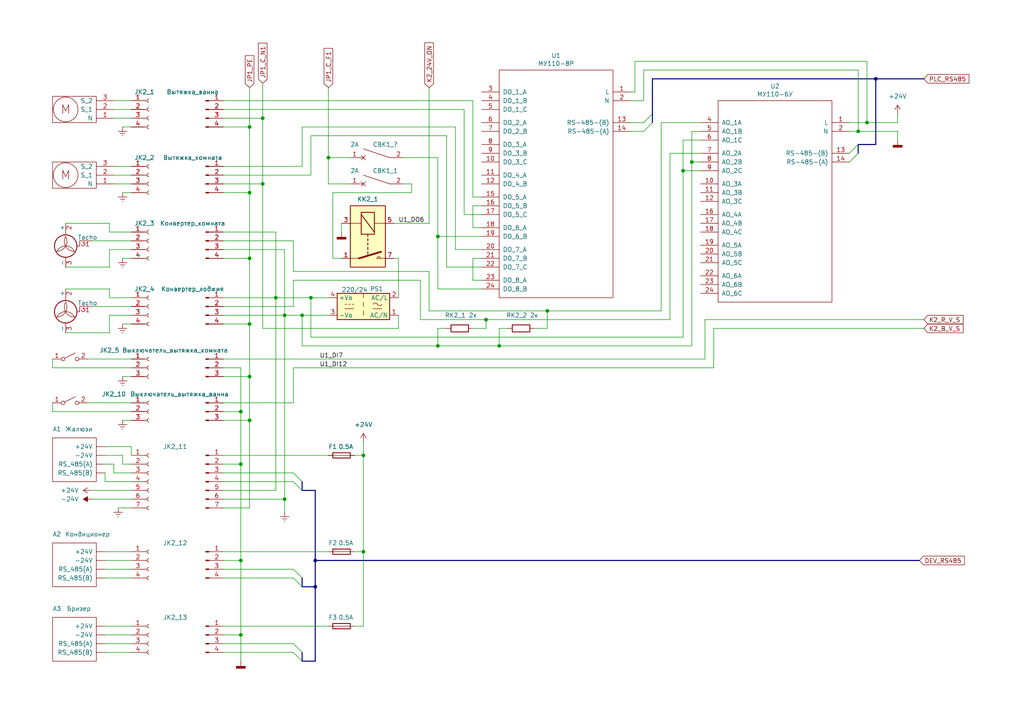
<source format=kicad_sch>
(kicad_sch (version 20211123) (generator eeschema)
  (paper "A4")
  (title_block (title "Климат, лист 2") (date "2023-02-01") (rev "2"))
  (lib_symbols
    (symbol "Connector:Conn_01x03_Female" (pin_names (offset 1.016) hide)
      (property "Reference" "J" (at 0 5.08 0))
      (property "Value" "Conn_01x03_Female" (at 0 -5.08 0))
      (symbol "Conn_01x03_Female_1_1"
        (arc (start 0 -2.032) (mid -0.508 -2.54) (end 0 -3.048) (stroke (width 0.1524)))
        (polyline (pts (xy -1.27 -2.54) (xy -0.508 -2.54)) (stroke (width 0.1524)))
        (polyline (pts (xy -1.27 0) (xy -0.508 0)) (stroke (width 0.1524)))
        (polyline (pts (xy -1.27 2.54) (xy -0.508 2.54)) (stroke (width 0.1524)))
        (arc (start 0 0.508) (mid -0.508 0) (end 0 -0.508) (stroke (width 0.1524)))
        (arc (start 0 3.048) (mid -0.508 2.54) (end 0 2.032) (stroke (width 0.1524)))
        (pin passive line (at -5.08 2.54 0) (length 3.81) (name "Pin_1") (number "1"))
        (pin passive line (at -5.08 0 0) (length 3.81) (name "Pin_2") (number "2"))
        (pin passive line (at -5.08 -2.54 0) (length 3.81) (name "Pin_3") (number "3"))
      )
    )
    (symbol "Connector:Conn_01x03_Male" (pin_names (offset 1.016) hide)
      (property "Reference" "J" (at 0 5.08 0))
      (property "Value" "Conn_01x03_Male" (at 0 -5.08 0))
      (symbol "Conn_01x03_Male_1_1"
        (polyline (pts (xy 1.27 -2.54) (xy 0.8636 -2.54)) (stroke (width 0.1524)))
        (polyline (pts (xy 1.27 0) (xy 0.8636 0)) (stroke (width 0.1524)))
        (polyline (pts (xy 1.27 2.54) (xy 0.8636 2.54)) (stroke (width 0.1524)))
        (rectangle (start 0.8636 -2.413) (end 0 -2.667) (stroke (width 0.1524)) (fill (type outline)))
        (rectangle (start 0.8636 0.127) (end 0 -0.127) (stroke (width 0.1524)) (fill (type outline)))
        (rectangle (start 0.8636 2.667) (end 0 2.413) (stroke (width 0.1524)) (fill (type outline)))
        (pin passive line (at 5.08 2.54 180) (length 3.81) (name "Pin_1") (number "1"))
        (pin passive line (at 5.08 0 180) (length 3.81) (name "Pin_2") (number "2"))
        (pin passive line (at 5.08 -2.54 180) (length 3.81) (name "Pin_3") (number "3"))
      )
    )
    (symbol "Connector:Conn_01x04_Female" (pin_names (offset 1.016) hide)
      (property "Reference" "J" (at 0 5.08 0))
      (property "Value" "Conn_01x04_Female" (at 0 -7.62 0))
      (symbol "Conn_01x04_Female_1_1"
        (arc (start 0 -4.572) (mid -0.508 -5.08) (end 0 -5.588) (stroke (width 0.1524)))
        (arc (start 0 -2.032) (mid -0.508 -2.54) (end 0 -3.048) (stroke (width 0.1524)))
        (polyline (pts (xy -1.27 -5.08) (xy -0.508 -5.08)) (stroke (width 0.1524)))
        (polyline (pts (xy -1.27 -2.54) (xy -0.508 -2.54)) (stroke (width 0.1524)))
        (polyline (pts (xy -1.27 0) (xy -0.508 0)) (stroke (width 0.1524)))
        (polyline (pts (xy -1.27 2.54) (xy -0.508 2.54)) (stroke (width 0.1524)))
        (arc (start 0 0.508) (mid -0.508 0) (end 0 -0.508) (stroke (width 0.1524)))
        (arc (start 0 3.048) (mid -0.508 2.54) (end 0 2.032) (stroke (width 0.1524)))
        (pin passive line (at -5.08 2.54 0) (length 3.81) (name "Pin_1") (number "1"))
        (pin passive line (at -5.08 0 0) (length 3.81) (name "Pin_2") (number "2"))
        (pin passive line (at -5.08 -2.54 0) (length 3.81) (name "Pin_3") (number "3"))
        (pin passive line (at -5.08 -5.08 0) (length 3.81) (name "Pin_4") (number "4"))
      )
    )
    (symbol "Connector:Conn_01x04_Male" (pin_names (offset 1.016) hide)
      (property "Reference" "J" (at 0 5.08 0))
      (property "Value" "Conn_01x04_Male" (at 0 -7.62 0))
      (symbol "Conn_01x04_Male_1_1"
        (polyline (pts (xy 1.27 -5.08) (xy 0.8636 -5.08)) (stroke (width 0.1524)))
        (polyline (pts (xy 1.27 -2.54) (xy 0.8636 -2.54)) (stroke (width 0.1524)))
        (polyline (pts (xy 1.27 0) (xy 0.8636 0)) (stroke (width 0.1524)))
        (polyline (pts (xy 1.27 2.54) (xy 0.8636 2.54)) (stroke (width 0.1524)))
        (rectangle (start 0.8636 -4.953) (end 0 -5.207) (stroke (width 0.1524)) (fill (type outline)))
        (rectangle (start 0.8636 -2.413) (end 0 -2.667) (stroke (width 0.1524)) (fill (type outline)))
        (rectangle (start 0.8636 0.127) (end 0 -0.127) (stroke (width 0.1524)) (fill (type outline)))
        (rectangle (start 0.8636 2.667) (end 0 2.413) (stroke (width 0.1524)) (fill (type outline)))
        (pin passive line (at 5.08 2.54 180) (length 3.81) (name "Pin_1") (number "1"))
        (pin passive line (at 5.08 0 180) (length 3.81) (name "Pin_2") (number "2"))
        (pin passive line (at 5.08 -2.54 180) (length 3.81) (name "Pin_3") (number "3"))
        (pin passive line (at 5.08 -5.08 180) (length 3.81) (name "Pin_4") (number "4"))
      )
    )
    (symbol "Connector:Conn_01x07_Female" (pin_names (offset 1.016) hide)
      (property "Reference" "J" (at 0 10.16 0))
      (property "Value" "Conn_01x07_Female" (at 0 -10.16 0))
      (symbol "Conn_01x07_Female_1_1"
        (arc (start 0 -7.112) (mid -0.508 -7.62) (end 0 -8.128) (stroke (width 0.1524)))
        (arc (start 0 -4.572) (mid -0.508 -5.08) (end 0 -5.588) (stroke (width 0.1524)))
        (arc (start 0 -2.032) (mid -0.508 -2.54) (end 0 -3.048) (stroke (width 0.1524)))
        (polyline (pts (xy -1.27 -7.62) (xy -0.508 -7.62)) (stroke (width 0.1524)))
        (polyline (pts (xy -1.27 -5.08) (xy -0.508 -5.08)) (stroke (width 0.1524)))
        (polyline (pts (xy -1.27 -2.54) (xy -0.508 -2.54)) (stroke (width 0.1524)))
        (polyline (pts (xy -1.27 0) (xy -0.508 0)) (stroke (width 0.1524)))
        (polyline (pts (xy -1.27 2.54) (xy -0.508 2.54)) (stroke (width 0.1524)))
        (polyline (pts (xy -1.27 5.08) (xy -0.508 5.08)) (stroke (width 0.1524)))
        (polyline (pts (xy -1.27 7.62) (xy -0.508 7.62)) (stroke (width 0.1524)))
        (arc (start 0 0.508) (mid -0.508 0) (end 0 -0.508) (stroke (width 0.1524)))
        (arc (start 0 3.048) (mid -0.508 2.54) (end 0 2.032) (stroke (width 0.1524)))
        (arc (start 0 5.588) (mid -0.508 5.08) (end 0 4.572) (stroke (width 0.1524)))
        (arc (start 0 8.128) (mid -0.508 7.62) (end 0 7.112) (stroke (width 0.1524)))
        (pin passive line (at -5.08 7.62 0) (length 3.81) (name "Pin_1") (number "1"))
        (pin passive line (at -5.08 5.08 0) (length 3.81) (name "Pin_2") (number "2"))
        (pin passive line (at -5.08 2.54 0) (length 3.81) (name "Pin_3") (number "3"))
        (pin passive line (at -5.08 0 0) (length 3.81) (name "Pin_4") (number "4"))
        (pin passive line (at -5.08 -2.54 0) (length 3.81) (name "Pin_5") (number "5"))
        (pin passive line (at -5.08 -5.08 0) (length 3.81) (name "Pin_6") (number "6"))
        (pin passive line (at -5.08 -7.62 0) (length 3.81) (name "Pin_7") (number "7"))
      )
    )
    (symbol "Connector:Conn_01x07_Male" (pin_names (offset 1.016) hide)
      (property "Reference" "J" (at 0 10.16 0))
      (property "Value" "Conn_01x07_Male" (at 0 -10.16 0))
      (symbol "Conn_01x07_Male_1_1"
        (polyline (pts (xy 1.27 -7.62) (xy 0.8636 -7.62)) (stroke (width 0.1524)))
        (polyline (pts (xy 1.27 -5.08) (xy 0.8636 -5.08)) (stroke (width 0.1524)))
        (polyline (pts (xy 1.27 -2.54) (xy 0.8636 -2.54)) (stroke (width 0.1524)))
        (polyline (pts (xy 1.27 0) (xy 0.8636 0)) (stroke (width 0.1524)))
        (polyline (pts (xy 1.27 2.54) (xy 0.8636 2.54)) (stroke (width 0.1524)))
        (polyline (pts (xy 1.27 5.08) (xy 0.8636 5.08)) (stroke (width 0.1524)))
        (polyline (pts (xy 1.27 7.62) (xy 0.8636 7.62)) (stroke (width 0.1524)))
        (rectangle (start 0.8636 -7.493) (end 0 -7.747) (stroke (width 0.1524)) (fill (type outline)))
        (rectangle (start 0.8636 -4.953) (end 0 -5.207) (stroke (width 0.1524)) (fill (type outline)))
        (rectangle (start 0.8636 -2.413) (end 0 -2.667) (stroke (width 0.1524)) (fill (type outline)))
        (rectangle (start 0.8636 0.127) (end 0 -0.127) (stroke (width 0.1524)) (fill (type outline)))
        (rectangle (start 0.8636 2.667) (end 0 2.413) (stroke (width 0.1524)) (fill (type outline)))
        (rectangle (start 0.8636 5.207) (end 0 4.953) (stroke (width 0.1524)) (fill (type outline)))
        (rectangle (start 0.8636 7.747) (end 0 7.493) (stroke (width 0.1524)) (fill (type outline)))
        (pin passive line (at 5.08 7.62 180) (length 3.81) (name "Pin_1") (number "1"))
        (pin passive line (at 5.08 5.08 180) (length 3.81) (name "Pin_2") (number "2"))
        (pin passive line (at 5.08 2.54 180) (length 3.81) (name "Pin_3") (number "3"))
        (pin passive line (at 5.08 0 180) (length 3.81) (name "Pin_4") (number "4"))
        (pin passive line (at 5.08 -2.54 180) (length 3.81) (name "Pin_5") (number "5"))
        (pin passive line (at 5.08 -5.08 180) (length 3.81) (name "Pin_6") (number "6"))
        (pin passive line (at 5.08 -7.62 180) (length 3.81) (name "Pin_7") (number "7"))
      )
    )
    (symbol "Converter_ACDC:IRM-02-9"
      (property "Reference" "PS" (at 0 5.08 0))
      (property "Value" "IRM-02-9" (at 0 -5.08 0))
      (symbol "IRM-02-9_0_1"
        (rectangle (start -7.62 3.81) (end 7.62 -3.81) (stroke (width 0.254)) (fill (type background)))
        (arc (start -5.334 0.635) (mid -4.699 0.2495) (end -4.064 0.635))
        (arc (start -2.794 0.635) (mid -3.429 1.0072) (end -4.064 0.635))
        (polyline (pts (xy -5.334 -0.635) (xy -2.794 -0.635)))
        (polyline (pts (xy 2.794 -0.635) (xy 5.334 -0.635)))
        (polyline (pts (xy 2.794 0.635) (xy 3.302 0.635)))
        (polyline (pts (xy 3.81 0.635) (xy 4.318 0.635)))
        (polyline (pts (xy 4.826 0.635) (xy 5.334 0.635)))
      )
      (symbol "IRM-02-9_1_1"
        (polyline (pts (xy 0 -1.27) (xy 0 -2.54)))
        (polyline (pts (xy 0 1.27) (xy 0 0)))
        (polyline (pts (xy 0 3.81) (xy 0 2.54)))
        (pin power_in line (at -10.16 -2.54 0) (length 2.54) (name "AC/N") (number "1"))
        (pin power_in line (at -10.16 2.54 0) (length 2.54) (name "AC/L") (number "2"))
        (pin power_out line (at 10.16 -2.54 180) (length 2.54) (name "-Vo") (number "3"))
        (pin power_out line (at 10.16 2.54 180) (length 2.54) (name "+Vo") (number "4"))
      )
    )
    (symbol "Device:CircuitBreaker_1P"
      (property "Reference" "CB" (at 1.905 0 0))
      (property "Value" "CircuitBreaker_1P" (at 1.905 1.905 0))
      (symbol "CircuitBreaker_1P_0_1"
        (polyline (pts (xy 0 -5.08) (xy 0 -3.81)))
        (polyline (pts (xy 0 -3.81) (xy -2.54 3.81)))
      )
      (symbol "CircuitBreaker_1P_1_1"
        (polyline (pts (xy -0.635 4.445) (xy 0.635 3.175)))
        (polyline (pts (xy 0 5.08) (xy 0 3.81)))
        (polyline (pts (xy 0.635 4.445) (xy -0.635 3.175)))
        (pin passive line (at 0 7.62 270) (length 2.54) (name "~") (number "1"))
        (pin passive line (at 0 -7.62 90) (length 2.54) (name "~") (number "2"))
      )
    )
    (symbol "Device:Fuse" (pin_numbers hide) (pin_names (offset 0))
      (property "Reference" "F" (at 2.032 0 90))
      (property "Value" "Fuse" (at -1.905 0 90))
      (symbol "Fuse_0_1"
        (rectangle (start -0.762 -2.54) (end 0.762 2.54) (stroke (width 0.254)))
        (polyline (pts (xy 0 2.54) (xy 0 -2.54)))
      )
      (symbol "Fuse_1_1"
        (pin passive line (at 0 3.81 270) (length 1.27) (name "~") (number "1"))
        (pin passive line (at 0 -3.81 90) (length 1.27) (name "~") (number "2"))
      )
    )
    (symbol "Device:R" (pin_numbers hide) (pin_names (offset 0))
      (property "Reference" "R" (at 2.032 0 90))
      (property "Value" "R" (at 0 0 90))
      (symbol "R_0_1"
        (rectangle (start -1.016 -2.54) (end 1.016 2.54) (stroke (width 0.254)))
      )
      (symbol "R_1_1"
        (pin passive line (at 0 3.81 270) (length 1.27) (name "~") (number "1"))
        (pin passive line (at 0 -3.81 90) (length 1.27) (name "~") (number "2"))
      )
    )
    (symbol "Motor:Fan_3pin" (pin_names (offset 0))
      (property "Reference" "M" (at 2.54 2.54 0))
      (property "Value" "Fan_3pin" (at 2.54 -5.08 0))
      (symbol "Fan_3pin_0_0"
        (arc (start -5.588 -1.016) (mid -5.08 -1.524) (end -4.572 -1.016))
        (arc (start -5.08 -0.508) (mid -5.4392 -0.6568) (end -5.588 -1.016))
        (polyline (pts (xy -5.08 -0.508) (xy -5.334 -0.381)))
        (polyline (pts (xy -5.08 -0.508) (xy -5.207 -0.762)))
        (polyline (pts (xy -4.064 0) (xy -4.064 -1.524) (xy -3.302 -1.524)))
      )
      (symbol "Fan_3pin_0_1"
        (arc (start -2.54 -3.048) (mid 0.0028 -1.6279) (end 0 1.27))
        (circle (center 0 -1.524) (radius 3.2512) (stroke (width 0.254)))
        (polyline (pts (xy -4.064 0) (xy -5.08 0)))
        (polyline (pts (xy 0 -7.62) (xy 0 -7.112)))
        (polyline (pts (xy 0 -4.7752) (xy 0 -5.1816)))
        (polyline (pts (xy 0 1.7272) (xy 0 2.0828)))
        (polyline (pts (xy 0 2.032) (xy 0 2.54)))
        (arc (start 0 1.27) (mid 0.053 -1.619) (end 2.54 -3.048))
        (arc (start 2.54 -3.048) (mid 0 -1.4782) (end -2.54 -3.048))
      )
      (symbol "Fan_3pin_1_1"
        (pin passive line (at -7.62 0 0) (length 2.54) (name "Tacho") (number "1"))
        (pin passive line (at 0 5.08 270) (length 2.54) (name "+") (number "2"))
        (pin passive line (at 0 -7.62 90) (length 2.54) (name "-") (number "3"))
      )
    )
    (symbol "Relay:SILxx-1Axx-71x"
      (property "Reference" "K" (at 8.89 3.81 0))
      (property "Value" "SILxx-1Axx-71x" (at 8.89 1.27 0))
      (symbol "SILxx-1Axx-71x_0_0"
        (polyline (pts (xy 5.08 5.08) (xy 5.08 2.54) (xy 4.445 3.175) (xy 5.08 3.81)))
      )
      (symbol "SILxx-1Axx-71x_0_1"
        (rectangle (start -10.16 5.08) (end 7.62 -5.08) (stroke (width 0.254)) (fill (type background)))
        (rectangle (start -8.255 1.905) (end -1.905 -1.905) (stroke (width 0.254)))
        (polyline (pts (xy -7.62 -1.905) (xy -2.54 1.905)) (stroke (width 0.254)))
        (polyline (pts (xy -5.08 -5.08) (xy -5.08 -1.905)))
        (polyline (pts (xy -5.08 5.08) (xy -5.08 1.905)))
        (polyline (pts (xy -1.905 0) (xy -1.27 0)) (stroke (width 0.254)))
        (polyline (pts (xy -0.635 0) (xy 0 0)) (stroke (width 0.254)))
        (polyline (pts (xy 0.635 0) (xy 1.27 0)) (stroke (width 0.254)))
        (polyline (pts (xy 1.905 0) (xy 2.54 0)) (stroke (width 0.254)))
        (polyline (pts (xy 3.175 0) (xy 3.81 0)) (stroke (width 0.254)))
        (polyline (pts (xy 5.08 -2.54) (xy 3.175 3.81)) (stroke (width 0.508)))
        (polyline (pts (xy 5.08 -2.54) (xy 5.08 -5.08)))
      )
      (symbol "SILxx-1Axx-71x_1_1"
        (pin passive line (at 5.08 -7.62 90) (length 2.54) (name "~") (number "1"))
        (pin passive line (at -5.08 -7.62 90) (length 2.54) (name "~") (number "3"))
        (pin passive line (at -5.08 7.62 270) (length 2.54) (name "~") (number "5"))
        (pin passive line (at 5.08 7.62 270) (length 2.54) (name "~") (number "7"))
      )
    )
    (symbol "Switch:SW_DPST_x2" (pin_names (offset 0) hide)
      (property "Reference" "SW" (at 0 3.175 0))
      (property "Value" "SW_DPST_x2" (at 0 -2.54 0))
      (symbol "SW_DPST_x2_0_0"
        (circle (center -2.032 0) (radius 0.508))
        (polyline (pts (xy -1.524 0.254) (xy 1.524 1.778)))
        (circle (center 2.032 0) (radius 0.508))
      )
      (symbol "SW_DPST_x2_1_1"
        (pin passive line (at -5.08 0 0) (length 2.54) (name "A") (number "1"))
        (pin passive line (at 5.08 0 180) (length 2.54) (name "B") (number "2"))
      )
      (symbol "SW_DPST_x2_2_1"
        (pin passive line (at -5.08 0 0) (length 2.54) (name "A") (number "3"))
        (pin passive line (at 5.08 0 180) (length 2.54) (name "B") (number "4"))
      )
    )
    (symbol "climat_2-rescue:Fan_2_speed-plc" (pin_names (offset 1.016))
      (property "Reference" "U" (at 0 0 0))
      (property "Value" "Fan_2_speed-plc" (at 0 2.54 0))
      (symbol "Fan_2_speed-plc_0_0"
        (text "M" (at -2.54 -5.08 0) (effects (font (size 2.54 2.54))))
      )
      (symbol "Fan_2_speed-plc_0_1"
        (rectangle (start -6.35 -1.27) (end 6.35 -8.89))
        (circle (center -2.54 -5.08) (radius 3.5814))
      )
      (symbol "Fan_2_speed-plc_1_1"
        (pin output line (at 11.43 -7.62 180) (length 5.08) (name "N") (number "1"))
        (pin output line (at 11.43 -5.08 180) (length 5.08) (name "S_1") (number "2"))
        (pin power_in line (at 11.43 -2.54 180) (length 5.08) (name "S_2") (number "3"))
      )
    )
    (symbol "climat_2-rescue:МУ110-6У-plc" (pin_names (offset 1.016))
      (property "Reference" "U" (at 0 0 0))
      (property "Value" "МУ110-6У-plc" (at 0 2.54 0))
      (symbol "МУ110-6У-plc_1_1"
        (rectangle (start -16.51 5.08) (end 16.51 -53.34))
        (pin power_in line (at 21.59 -1.27 180) (length 5.08) (name "L") (number "1"))
        (pin output line (at -21.59 -19.05 0) (length 5.08) (name "AO_3A") (number "10"))
        (pin output line (at -21.59 -21.59 0) (length 5.08) (name "AO_3B") (number "11"))
        (pin output line (at -21.59 -24.13 0) (length 5.08) (name "AO_3C") (number "12"))
        (pin bidirectional line (at 21.59 -10.16 180) (length 5.08) (name "RS-485-(B)") (number "13"))
        (pin bidirectional line (at 21.59 -12.7 180) (length 5.08) (name "RS-485-(A)") (number "14"))
        (pin output line (at -21.59 -27.94 0) (length 5.08) (name "AO_4A") (number "16"))
        (pin output line (at -21.59 -30.48 0) (length 5.08) (name "AO_4B") (number "17"))
        (pin output line (at -21.59 -33.02 0) (length 5.08) (name "AO_4C") (number "18"))
        (pin output line (at -21.59 -36.83 0) (length 5.08) (name "AO_5A") (number "19"))
        (pin power_in line (at 21.59 -3.81 180) (length 5.08) (name "N") (number "2"))
        (pin output line (at -21.59 -39.37 0) (length 5.08) (name "AO_5B") (number "20"))
        (pin output line (at -21.59 -41.91 0) (length 5.08) (name "AO_5C") (number "21"))
        (pin output line (at -21.59 -45.72 0) (length 5.08) (name "AO_6A") (number "22"))
        (pin output line (at -21.59 -48.26 0) (length 5.08) (name "AO_6B") (number "23"))
        (pin output line (at -21.59 -50.8 0) (length 5.08) (name "AO_6C") (number "24"))
        (pin output line (at -21.59 -1.27 0) (length 5.08) (name "AO_1A") (number "4"))
        (pin output line (at -21.59 -3.81 0) (length 5.08) (name "AO_1B") (number "5"))
        (pin output line (at -21.59 -6.35 0) (length 5.08) (name "AO_1C") (number "6"))
        (pin output line (at -21.59 -10.16 0) (length 5.08) (name "AO_2A") (number "7"))
        (pin output line (at -21.59 -12.7 0) (length 5.08) (name "AO_2B") (number "8"))
        (pin output line (at -21.59 -15.24 0) (length 5.08) (name "AO_2C") (number "9"))
      )
    )
    (symbol "climat_2-rescue:МУ110-8Р-plc" (pin_names (offset 1.016))
      (property "Reference" "U" (at 0 0 0))
      (property "Value" "МУ110-8Р-plc" (at 0 2.54 0))
      (symbol "МУ110-8Р-plc_1_1"
        (rectangle (start -16.51 5.08) (end 16.51 -60.96))
        (pin power_in line (at 21.59 -1.27 180) (length 5.08) (name "L") (number "1"))
        (pin output line (at -21.59 -21.59 0) (length 5.08) (name "DO_3_C") (number "10"))
        (pin output line (at -21.59 -25.4 0) (length 5.08) (name "DO_4_A") (number "11"))
        (pin output line (at -21.59 -27.94 0) (length 5.08) (name "DO_4_B") (number "12"))
        (pin bidirectional line (at 21.59 -10.16 180) (length 5.08) (name "RS-485-(B)") (number "13"))
        (pin bidirectional line (at 21.59 -12.7 180) (length 5.08) (name "RS-485-(A)") (number "14"))
        (pin output line (at -21.59 -31.75 0) (length 5.08) (name "DO_5_A") (number "15"))
        (pin output line (at -21.59 -34.29 0) (length 5.08) (name "DO_5_B") (number "16"))
        (pin output line (at -21.59 -36.83 0) (length 5.08) (name "DO_5_C") (number "17"))
        (pin output line (at -21.59 -40.64 0) (length 5.08) (name "DO_6_A") (number "18"))
        (pin output line (at -21.59 -43.18 0) (length 5.08) (name "DO_6_B") (number "19"))
        (pin power_in line (at 21.59 -3.81 180) (length 5.08) (name "N") (number "2"))
        (pin output line (at -21.59 -46.99 0) (length 5.08) (name "DO_7_A") (number "20"))
        (pin output line (at -21.59 -49.53 0) (length 5.08) (name "DO_7_B") (number "21"))
        (pin output line (at -21.59 -52.07 0) (length 5.08) (name "DO_7_C") (number "22"))
        (pin output line (at -21.59 -55.88 0) (length 5.08) (name "DO_8_A") (number "23"))
        (pin output line (at -21.59 -58.42 0) (length 5.08) (name "DO_8_B") (number "24"))
        (pin output line (at -21.59 -1.27 0) (length 5.08) (name "DO_1_A") (number "3"))
        (pin output line (at -21.59 -3.81 0) (length 5.08) (name "DO_1_B") (number "4"))
        (pin output line (at -21.59 -6.35 0) (length 5.08) (name "DO_1_C") (number "5"))
        (pin output line (at -21.59 -10.16 0) (length 5.08) (name "DO_2_A") (number "6"))
        (pin output line (at -21.59 -12.7 0) (length 5.08) (name "DO_2_B") (number "7"))
        (pin output line (at -21.59 -16.51 0) (length 5.08) (name "DO_3_A") (number "8"))
        (pin output line (at -21.59 -19.05 0) (length 5.08) (name "DO_3_B") (number "9"))
      )
    )
    (symbol "plc:Arduino" (pin_names (offset 1.016))
      (property "Reference" "U" (at 0 2.54 0))
      (property "Value" "Arduino" (at 0 5.08 0))
      (symbol "Arduino_0_1"
        (rectangle (start -6.35 0) (end 6.35 -12.7))
      )
      (symbol "Arduino_1_1"
        (pin power_in line (at -8.89 -2.54 0) (length 2.54) (name "+24V") (number "~"))
        (pin power_in line (at -8.89 -5.08 0) (length 2.54) (name "-24V") (number "~"))
        (pin bidirectional line (at -8.89 -7.62 0) (length 2.54) (name "RS_485(A)") (number "~"))
        (pin bidirectional line (at -8.89 -10.16 0) (length 2.54) (name "RS_485(B)") (number "~"))
      )
    )
    (symbol "power:+24V" (power) (pin_names (offset 0))
      (property "Value" "+24V" (at 0 3.556 0))
      (symbol "+24V_0_1"
        (polyline (pts (xy -0.762 1.27) (xy 0 2.54)))
        (polyline (pts (xy 0 0) (xy 0 2.54)))
        (polyline (pts (xy 0 2.54) (xy 0.762 1.27)))
      )
      (symbol "+24V_1_1"
        (pin power_in line (at 0 0 90) (length 0) hide (name "+24V") (number "1"))
      )
    )
    (symbol "power:-24V" (power) (pin_names (offset 0))
      (property "Value" "-24V" (at 0 3.81 0))
      (symbol "-24V_0_0"
        (pin power_in line (at 0 0 90) (length 0) hide (name "-24V") (number "1"))
      )
      (symbol "-24V_0_1"
        (polyline (pts (xy 0 0) (xy 0 1.27) (xy 0.762 1.27) (xy 0 2.54) (xy -0.762 1.27) (xy 0 1.27)) (fill (type outline)))
      )
    )
    (symbol "power:GNDD" (power) (pin_names (offset 0))
      (property "Value" "GNDD" (at 0 -3.175 0))
      (symbol "GNDD_0_1"
        (rectangle (start -1.27 -1.524) (end 1.27 -2.032) (stroke (width 0.254)) (fill (type outline)))
        (polyline (pts (xy 0 0) (xy 0 -1.524)))
      )
      (symbol "GNDD_1_1"
        (pin power_in line (at 0 0 270) (length 0) hide (name "GNDD") (number "1"))
      )
    )
    (symbol "power:GNDREF" (power) (pin_names (offset 0))
      (property "Value" "GNDREF" (at 0 -3.81 0))
      (symbol "GNDREF_0_1"
        (polyline (pts (xy -0.635 -1.905) (xy 0.635 -1.905)))
        (polyline (pts (xy -0.127 -2.54) (xy 0.127 -2.54)))
        (polyline (pts (xy 0 -1.27) (xy 0 0)))
        (polyline (pts (xy 1.27 -1.27) (xy -1.27 -1.27)))
      )
      (symbol "GNDREF_1_1"
        (pin power_in line (at 0 0 270) (length 0) hide (name "GNDREF") (number "1"))
      )
    )
  )
  (junction (at 95.25 45.72))
  (junction (at 69.85 162.56))
  (junction (at 248.92 38.1))
  (junction (at 127 100.33))
  (junction (at 91.44 162.56))
  (junction (at 72.39 74.93))
  (junction (at 72.39 93.98))
  (junction (at 254 22.86))
  (junction (at 82.55 144.78))
  (junction (at 72.39 109.22))
  (junction (at 198.12 49.53))
  (junction (at 76.2 53.34))
  (junction (at 69.85 184.15))
  (junction (at 105.41 132.08))
  (junction (at 80.01 86.36))
  (junction (at 72.39 121.92))
  (junction (at 72.39 55.88))
  (junction (at 72.39 36.83))
  (junction (at 90.17 86.36))
  (junction (at 158.75 90.17))
  (junction (at 76.2 34.29))
  (junction (at 140.97 92.71))
  (junction (at 69.85 134.62))
  (junction (at 144.78 100.33))
  (junction (at 251.46 35.56))
  (junction (at 127 68.58))
  (junction (at 82.55 91.44))
  (junction (at 69.85 119.38))
  (junction (at 91.44 170.18))
  (junction (at 87.63 91.44))
  (junction (at 105.41 160.02))
  (junction (at 200.66 46.99))
  (bus_entry (at 87.63 191.77) (size -2.54 -2.54))
  (bus_entry (at 246.38 44.45) (size 2.54 -2.54))
  (bus_entry (at 87.63 189.23) (size -2.54 -2.54))
  (bus_entry (at 87.63 167.64) (size -2.54 -2.54))
  (bus_entry (at 87.63 139.7) (size -2.54 -2.54))
  (bus_entry (at 186.69 35.56) (size 2.54 -2.54))
  (bus_entry (at 87.63 170.18) (size -2.54 -2.54))
  (bus_entry (at 246.38 46.99) (size 2.54 -2.54))
  (bus_entry (at 186.69 38.1) (size 2.54 -2.54))
  (bus_entry (at 87.63 142.24) (size -2.54 -2.54))
  (wire (pts (xy 64.77 69.85) (xy 85.09 69.85)))
  (wire (pts (xy 87.63 48.26) (xy 87.63 36.83)))
  (wire (pts (xy 64.77 88.9) (xy 85.09 88.9)))
  (wire (pts (xy 260.35 33.02) (xy 260.35 35.56)))
  (wire (pts (xy 139.7 57.15) (xy 137.16 57.15)))
  (wire (pts (xy 64.77 31.75) (xy 134.62 31.75)))
  (wire (pts (xy 26.67 142.24) (xy 38.1 142.24)))
  (wire (pts (xy 69.85 119.38) (xy 69.85 134.62)))
  (wire (pts (xy 137.16 81.28) (xy 137.16 74.93)))
  (wire (pts (xy 64.77 91.44) (xy 82.55 91.44)))
  (wire (pts (xy 31.75 77.47) (xy 31.75 72.39)))
  (wire (pts (xy 76.2 53.34) (xy 76.2 95.25)))
  (wire (pts (xy 87.63 100.33) (xy 127 100.33)))
  (bus (pts (xy 91.44 142.24) (xy 91.44 162.56)))
  (wire (pts (xy 85.09 106.68) (xy 85.09 116.84)))
  (wire (pts (xy 30.48 167.64) (xy 38.1 167.64)))
  (bus (pts (xy 189.23 22.86) (xy 254 22.86)))
  (wire (pts (xy 194.31 44.45) (xy 203.2 44.45)))
  (bus (pts (xy 91.44 162.56) (xy 266.7 162.56)))
  (wire (pts (xy 35.56 132.08) (xy 35.56 134.62)))
  (wire (pts (xy 85.09 81.28) (xy 121.92 81.28)))
  (wire (pts (xy 115.57 95.25) (xy 115.57 91.44)))
  (wire (pts (xy 64.77 165.1) (xy 85.09 165.1)))
  (wire (pts (xy 33.02 53.34) (xy 38.1 53.34)))
  (bus (pts (xy 91.44 170.18) (xy 87.63 170.18)))
  (wire (pts (xy 186.69 20.32) (xy 248.92 20.32)))
  (wire (pts (xy 64.77 86.36) (xy 80.01 86.36)))
  (bus (pts (xy 91.44 191.77) (xy 91.44 170.18)))
  (wire (pts (xy 76.2 53.34) (xy 76.2 34.29)))
  (wire (pts (xy 127 68.58) (xy 139.7 68.58)))
  (wire (pts (xy 82.55 91.44) (xy 87.63 91.44)))
  (wire (pts (xy 64.77 139.7) (xy 85.09 139.7)))
  (wire (pts (xy 64.77 181.61) (xy 95.25 181.61)))
  (wire (pts (xy 64.77 55.88) (xy 72.39 55.88)))
  (wire (pts (xy 15.24 106.68) (xy 15.24 104.14)))
  (wire (pts (xy 124.46 25.4) (xy 124.46 64.77)))
  (bus (pts (xy 254 41.91) (xy 254 22.86)))
  (wire (pts (xy 64.77 132.08) (xy 95.25 132.08)))
  (wire (pts (xy 85.09 88.9) (xy 85.09 81.28)))
  (wire (pts (xy 147.32 95.25) (xy 144.78 95.25)))
  (wire (pts (xy 114.3 74.93) (xy 115.57 74.93)))
  (wire (pts (xy 85.09 78.74) (xy 124.46 78.74)))
  (wire (pts (xy 248.92 38.1) (xy 246.38 38.1)))
  (wire (pts (xy 95.25 45.72) (xy 95.25 53.34)))
  (bus (pts (xy 189.23 22.86) (xy 189.23 33.02)))
  (bus (pts (xy 248.92 41.91) (xy 248.92 44.45)))
  (wire (pts (xy 248.92 38.1) (xy 260.35 38.1)))
  (wire (pts (xy 33.02 50.8) (xy 38.1 50.8)))
  (wire (pts (xy 76.2 34.29) (xy 76.2 24.13)))
  (wire (pts (xy 260.35 38.1) (xy 260.35 40.64)))
  (wire (pts (xy 95.25 25.4) (xy 95.25 45.72)))
  (wire (pts (xy 121.92 81.28) (xy 121.92 92.71)))
  (wire (pts (xy 31.75 91.44) (xy 38.1 91.44)))
  (wire (pts (xy 200.66 46.99) (xy 200.66 38.1)))
  (wire (pts (xy 158.75 95.25) (xy 158.75 90.17)))
  (wire (pts (xy 31.75 83.82) (xy 31.75 86.36)))
  (wire (pts (xy 30.48 129.54) (xy 38.1 129.54)))
  (wire (pts (xy 64.77 144.78) (xy 82.55 144.78)))
  (wire (pts (xy 64.77 116.84) (xy 85.09 116.84)))
  (wire (pts (xy 87.63 100.33) (xy 87.63 91.44)))
  (wire (pts (xy 64.77 109.22) (xy 72.39 109.22)))
  (wire (pts (xy 137.16 59.69) (xy 139.7 59.69)))
  (wire (pts (xy 64.77 53.34) (xy 76.2 53.34)))
  (wire (pts (xy 134.62 31.75) (xy 134.62 62.23)))
  (wire (pts (xy 64.77 147.32) (xy 72.39 147.32)))
  (wire (pts (xy 144.78 100.33) (xy 200.66 100.33)))
  (wire (pts (xy 35.56 55.88) (xy 38.1 55.88)))
  (wire (pts (xy 33.02 48.26) (xy 38.1 48.26)))
  (wire (pts (xy 251.46 17.78) (xy 251.46 35.56)))
  (wire (pts (xy 30.48 165.1) (xy 38.1 165.1)))
  (wire (pts (xy 99.06 64.77) (xy 99.06 67.31)))
  (wire (pts (xy 96.52 55.88) (xy 119.38 55.88)))
  (wire (pts (xy 38.1 116.84) (xy 25.4 116.84)))
  (wire (pts (xy 198.12 49.53) (xy 203.2 49.53)))
  (wire (pts (xy 82.55 144.78) (xy 82.55 148.59)))
  (wire (pts (xy 26.67 88.9) (xy 38.1 88.9)))
  (wire (pts (xy 38.1 104.14) (xy 25.4 104.14)))
  (bus (pts (xy 248.92 41.91) (xy 254 41.91)))
  (wire (pts (xy 64.77 137.16) (xy 85.09 137.16)))
  (wire (pts (xy 64.77 186.69) (xy 85.09 186.69)))
  (wire (pts (xy 127 100.33) (xy 144.78 100.33)))
  (wire (pts (xy 30.48 186.69) (xy 38.1 186.69)))
  (wire (pts (xy 80.01 86.36) (xy 80.01 67.31)))
  (wire (pts (xy 182.88 29.21) (xy 186.69 29.21)))
  (wire (pts (xy 33.02 31.75) (xy 38.1 31.75)))
  (wire (pts (xy 38.1 106.68) (xy 15.24 106.68)))
  (wire (pts (xy 72.39 36.83) (xy 72.39 55.88)))
  (wire (pts (xy 251.46 35.56) (xy 246.38 35.56)))
  (wire (pts (xy 72.39 121.92) (xy 72.39 147.32)))
  (wire (pts (xy 34.29 147.32) (xy 38.1 147.32)))
  (wire (pts (xy 102.87 181.61) (xy 105.41 181.61)))
  (wire (pts (xy 124.46 64.77) (xy 114.3 64.77)))
  (wire (pts (xy 184.15 17.78) (xy 251.46 17.78)))
  (wire (pts (xy 19.05 83.82) (xy 31.75 83.82)))
  (wire (pts (xy 33.02 34.29) (xy 38.1 34.29)))
  (wire (pts (xy 105.41 132.08) (xy 105.41 160.02)))
  (wire (pts (xy 124.46 90.17) (xy 158.75 90.17)))
  (wire (pts (xy 30.48 160.02) (xy 38.1 160.02)))
  (wire (pts (xy 207.01 106.68) (xy 85.09 106.68)))
  (wire (pts (xy 38.1 129.54) (xy 38.1 132.08)))
  (wire (pts (xy 69.85 134.62) (xy 69.85 162.56)))
  (wire (pts (xy 26.67 69.85) (xy 38.1 69.85)))
  (wire (pts (xy 90.17 50.8) (xy 90.17 39.37)))
  (wire (pts (xy 119.38 55.88) (xy 119.38 53.34)))
  (wire (pts (xy 31.75 67.31) (xy 38.1 67.31)))
  (wire (pts (xy 69.85 106.68) (xy 69.85 119.38)))
  (wire (pts (xy 184.15 26.67) (xy 184.15 17.78)))
  (wire (pts (xy 82.55 91.44) (xy 82.55 144.78)))
  (wire (pts (xy 30.48 181.61) (xy 38.1 181.61)))
  (wire (pts (xy 35.56 36.83) (xy 38.1 36.83)))
  (wire (pts (xy 200.66 38.1) (xy 203.2 38.1)))
  (wire (pts (xy 72.39 74.93) (xy 72.39 93.98)))
  (wire (pts (xy 191.77 35.56) (xy 203.2 35.56)))
  (wire (pts (xy 137.16 95.25) (xy 140.97 95.25)))
  (wire (pts (xy 137.16 74.93) (xy 139.7 74.93)))
  (wire (pts (xy 198.12 49.53) (xy 198.12 40.64)))
  (wire (pts (xy 64.77 34.29) (xy 76.2 34.29)))
  (wire (pts (xy 119.38 53.34) (xy 116.84 53.34)))
  (wire (pts (xy 64.77 134.62) (xy 69.85 134.62)))
  (wire (pts (xy 35.56 134.62) (xy 38.1 134.62)))
  (wire (pts (xy 248.92 20.32) (xy 248.92 38.1)))
  (wire (pts (xy 30.48 184.15) (xy 38.1 184.15)))
  (wire (pts (xy 30.48 162.56) (xy 38.1 162.56)))
  (wire (pts (xy 200.66 100.33) (xy 200.66 46.99)))
  (wire (pts (xy 33.02 137.16) (xy 38.1 137.16)))
  (wire (pts (xy 129.54 39.37) (xy 129.54 77.47)))
  (wire (pts (xy 90.17 86.36) (xy 90.17 97.79)))
  (wire (pts (xy 121.92 92.71) (xy 140.97 92.71)))
  (wire (pts (xy 127 95.25) (xy 127 100.33)))
  (wire (pts (xy 182.88 26.67) (xy 184.15 26.67)))
  (wire (pts (xy 127 83.82) (xy 139.7 83.82)))
  (wire (pts (xy 19.05 64.77) (xy 31.75 64.77)))
  (wire (pts (xy 80.01 86.36) (xy 90.17 86.36)))
  (wire (pts (xy 105.41 181.61) (xy 105.41 160.02)))
  (wire (pts (xy 64.77 67.31) (xy 80.01 67.31)))
  (wire (pts (xy 64.77 142.24) (xy 80.01 142.24)))
  (wire (pts (xy 64.77 74.93) (xy 72.39 74.93)))
  (wire (pts (xy 87.63 91.44) (xy 95.25 91.44)))
  (wire (pts (xy 35.56 109.22) (xy 38.1 109.22)))
  (wire (pts (xy 72.39 25.4) (xy 72.39 36.83)))
  (wire (pts (xy 200.66 46.99) (xy 203.2 46.99)))
  (wire (pts (xy 198.12 40.64) (xy 203.2 40.64)))
  (wire (pts (xy 267.97 95.25) (xy 207.01 95.25)))
  (wire (pts (xy 101.6 53.34) (xy 95.25 53.34)))
  (wire (pts (xy 144.78 95.25) (xy 144.78 100.33)))
  (wire (pts (xy 99.06 74.93) (xy 96.52 74.93)))
  (wire (pts (xy 30.48 134.62) (xy 33.02 134.62)))
  (wire (pts (xy 132.08 72.39) (xy 139.7 72.39)))
  (wire (pts (xy 129.54 77.47) (xy 139.7 77.47)))
  (wire (pts (xy 19.05 77.47) (xy 31.75 77.47)))
  (wire (pts (xy 127 68.58) (xy 127 83.82)))
  (wire (pts (xy 19.05 96.52) (xy 31.75 96.52)))
  (wire (pts (xy 15.24 119.38) (xy 15.24 116.84)))
  (wire (pts (xy 140.97 92.71) (xy 194.31 92.71)))
  (wire (pts (xy 140.97 95.25) (xy 140.97 92.71)))
  (wire (pts (xy 64.77 48.26) (xy 87.63 48.26)))
  (wire (pts (xy 198.12 97.79) (xy 90.17 97.79)))
  (wire (pts (xy 87.63 36.83) (xy 132.08 36.83)))
  (wire (pts (xy 115.57 74.93) (xy 115.57 86.36)))
  (wire (pts (xy 182.88 38.1) (xy 186.69 38.1)))
  (wire (pts (xy 102.87 132.08) (xy 105.41 132.08)))
  (wire (pts (xy 64.77 162.56) (xy 69.85 162.56)))
  (wire (pts (xy 154.94 95.25) (xy 158.75 95.25)))
  (wire (pts (xy 158.75 90.17) (xy 191.77 90.17)))
  (wire (pts (xy 38.1 119.38) (xy 15.24 119.38)))
  (wire (pts (xy 31.75 72.39) (xy 38.1 72.39)))
  (bus (pts (xy 91.44 162.56) (xy 91.44 170.18)))
  (wire (pts (xy 64.77 36.83) (xy 72.39 36.83)))
  (wire (pts (xy 127 45.72) (xy 127 68.58)))
  (wire (pts (xy 26.67 144.78) (xy 38.1 144.78)))
  (wire (pts (xy 64.77 29.21) (xy 137.16 29.21)))
  (wire (pts (xy 95.25 45.72) (xy 101.6 45.72)))
  (wire (pts (xy 186.69 29.21) (xy 186.69 20.32)))
  (wire (pts (xy 116.84 45.72) (xy 127 45.72)))
  (wire (pts (xy 129.54 95.25) (xy 127 95.25)))
  (wire (pts (xy 64.77 160.02) (xy 95.25 160.02)))
  (bus (pts (xy 254 22.86) (xy 267.97 22.86)))
  (wire (pts (xy 64.77 121.92) (xy 72.39 121.92)))
  (wire (pts (xy 64.77 93.98) (xy 72.39 93.98)))
  (wire (pts (xy 96.52 74.93) (xy 96.52 55.88)))
  (wire (pts (xy 31.75 64.77) (xy 31.75 67.31)))
  (wire (pts (xy 137.16 66.04) (xy 137.16 59.69)))
  (wire (pts (xy 35.56 121.92) (xy 38.1 121.92)))
  (wire (pts (xy 182.88 35.56) (xy 186.69 35.56)))
  (wire (pts (xy 69.85 162.56) (xy 69.85 184.15)))
  (wire (pts (xy 90.17 39.37) (xy 129.54 39.37)))
  (wire (pts (xy 251.46 35.56) (xy 260.35 35.56)))
  (wire (pts (xy 72.39 93.98) (xy 72.39 109.22)))
  (wire (pts (xy 64.77 104.14) (xy 204.47 104.14)))
  (wire (pts (xy 30.48 139.7) (xy 38.1 139.7)))
  (wire (pts (xy 80.01 86.36) (xy 80.01 142.24)))
  (wire (pts (xy 72.39 55.88) (xy 72.39 74.93)))
  (wire (pts (xy 35.56 74.93) (xy 38.1 74.93)))
  (wire (pts (xy 124.46 78.74) (xy 124.46 90.17)))
  (wire (pts (xy 194.31 92.71) (xy 194.31 44.45)))
  (wire (pts (xy 64.77 189.23) (xy 85.09 189.23)))
  (wire (pts (xy 64.77 119.38) (xy 69.85 119.38)))
  (wire (pts (xy 64.77 72.39) (xy 82.55 72.39)))
  (wire (pts (xy 69.85 184.15) (xy 69.85 191.77)))
  (wire (pts (xy 30.48 137.16) (xy 30.48 139.7)))
  (wire (pts (xy 204.47 92.71) (xy 204.47 104.14)))
  (wire (pts (xy 82.55 72.39) (xy 82.55 91.44)))
  (wire (pts (xy 139.7 81.28) (xy 137.16 81.28)))
  (wire (pts (xy 105.41 128.27) (xy 105.41 132.08)))
  (bus (pts (xy 87.63 142.24) (xy 91.44 142.24)))
  (wire (pts (xy 90.17 86.36) (xy 95.25 86.36)))
  (bus (pts (xy 87.63 191.77) (xy 91.44 191.77)))
  (wire (pts (xy 132.08 36.83) (xy 132.08 72.39)))
  (wire (pts (xy 64.77 184.15) (xy 69.85 184.15)))
  (wire (pts (xy 267.97 92.71) (xy 204.47 92.71)))
  (wire (pts (xy 72.39 109.22) (xy 72.39 121.92)))
  (wire (pts (xy 33.02 134.62) (xy 33.02 137.16)))
  (wire (pts (xy 30.48 132.08) (xy 35.56 132.08)))
  (bus (pts (xy 189.23 35.56) (xy 189.23 33.02)))
  (wire (pts (xy 105.41 160.02) (xy 102.87 160.02)))
  (wire (pts (xy 31.75 96.52) (xy 31.75 91.44)))
  (wire (pts (xy 64.77 106.68) (xy 69.85 106.68)))
  (wire (pts (xy 64.77 50.8) (xy 90.17 50.8)))
  (bus (pts (xy 87.63 139.7) (xy 87.63 142.24)))
  (wire (pts (xy 31.75 86.36) (xy 38.1 86.36)))
  (wire (pts (xy 64.77 167.64) (xy 85.09 167.64)))
  (wire (pts (xy 207.01 95.25) (xy 207.01 106.68)))
  (wire (pts (xy 134.62 62.23) (xy 139.7 62.23)))
  (wire (pts (xy 35.56 93.98) (xy 38.1 93.98)))
  (wire (pts (xy 76.2 95.25) (xy 115.57 95.25)))
  (wire (pts (xy 139.7 66.04) (xy 137.16 66.04)))
  (wire (pts (xy 85.09 69.85) (xy 85.09 78.74)))
  (bus (pts (xy 87.63 167.64) (xy 87.63 170.18)))
  (wire (pts (xy 30.48 189.23) (xy 38.1 189.23)))
  (wire (pts (xy 33.02 29.21) (xy 38.1 29.21)))
  (wire (pts (xy 198.12 49.53) (xy 198.12 97.79)))
  (bus (pts (xy 87.63 189.23) (xy 87.63 191.77)))
  (wire (pts (xy 137.16 29.21) (xy 137.16 57.15)))
  (wire (pts (xy 191.77 90.17) (xy 191.77 35.56)))
  (label "U1_DO6" (at 115.57 64.77 0))
  (label "U1_DI12" (at 92.71 106.68 0))
  (label "U1_DI7" (at 92.71 104.14 0))
  (global_label "JP1_C_F1" (shape input) (at 95.25 25.4 90) (property "Intersheet References" "${INTERSHEET_REFS}" (effects hide)))
  (global_label "JP1_PE" (shape input) (at 72.39 25.4 90) (property "Intersheet References" "${INTERSHEET_REFS}" (effects hide)))
  (global_label "PLC_RS485" (shape input) (at 267.97 22.86 0) (property "Intersheet References" "${INTERSHEET_REFS}" (effects hide)))
  (global_label "K2_24V_ON" (shape input) (at 124.46 25.4 90) (property "Intersheet References" "${INTERSHEET_REFS}" (effects hide)))
  (global_label "K2_R_V_S" (shape input) (at 267.97 92.71 0) (property "Intersheet References" "${INTERSHEET_REFS}" (effects hide)))
  (global_label "K2_B_V_S" (shape input) (at 267.97 95.25 0) (property "Intersheet References" "${INTERSHEET_REFS}" (effects hide)))
  (global_label "DEV_RS485" (shape input) (at 266.7 162.56 0) (property "Intersheet References" "${INTERSHEET_REFS}" (effects hide)))
  (global_label "JP1_C_N1" (shape input) (at 76.2 24.13 90) (property "Intersheet References" "${INTERSHEET_REFS}" (effects hide)))
  (symbol (lib_id "Connector:Conn_01x03_Female") (at 43.18 106.68 0) (unit 1)
    (property "Reference" "J?" (effects hide))
    (property "Value" "Conn_01x03_Female" (effects hide))
  )
  (symbol (lib_id "Connector:Conn_01x03_Male") (at 59.69 106.68 0) (unit 1)
    (property "Reference" "JК2_5" (at 31.75 101.6 0))
    (property "Value" "Выключатель_вытяжка_комната" (at 50.8 101.6 0))
  )
  (symbol (lib_id "Connector:Conn_01x03_Female") (at 43.18 119.38 0) (unit 1)
    (property "Reference" "J?" (effects hide))
    (property "Value" "Conn_01x03_Female" (effects hide))
  )
  (symbol (lib_id "Connector:Conn_01x03_Male") (at 59.69 119.38 0) (unit 1)
    (property "Reference" "JК2_10" (at 33.02 114.3 0))
    (property "Value" "Выключатель_вытяжка_ванна" (at 52.07 114.3 0))
  )
  (symbol (lib_id "power:GNDREF") (at 35.56 109.22 0) (unit 1)
    (property "Reference" "#PWR?" (effects hide))
    (property "Value" "GNDREF" (effects hide))
  )
  (symbol (lib_id "power:GNDREF") (at 35.56 121.92 0) (unit 1)
    (property "Reference" "#PWR?" (effects hide))
    (property "Value" "GNDREF" (effects hide))
  )
  (symbol (lib_id "Switch:SW_DPST_x2") (at 20.32 104.14 0) (unit 1)
    (property "Reference" "SW?" (effects hide))
    (property "Value" "SW_DPST_x2" (effects hide))
  )
  (symbol (lib_id "Switch:SW_DPST_x2") (at 20.32 116.84 0) (unit 1)
    (property "Reference" "SW?" (effects hide))
    (property "Value" "SW_DPST_x2" (effects hide))
  )
  (symbol (lib_id "Device:CircuitBreaker_1P") (at 109.22 53.34 90) (mirror x) (unit 1)
    (property "Reference" "CBК1_1" (at 111.76 49.53 90))
    (property "Value" "2А" (at 102.87 49.53 90))
  )
  (symbol (lib_id "Connector:Conn_01x04_Male") (at 59.69 69.85 0) (unit 1)
    (property "Reference" "JК2_3" (at 41.91 64.77 0))
    (property "Value" "Конвертер_комната" (at 55.88 64.77 0))
  )
  (symbol (lib_id "Connector:Conn_01x04_Female") (at 43.18 69.85 0) (unit 1)
    (property "Reference" "JК2_?" (effects hide))
    (property "Value" "Conn_01x04_Female" (effects hide))
  )
  (symbol (lib_id "Motor:Fan_3pin") (at 19.05 69.85 0) (mirror y) (unit 1)
    (property "Reference" "M?" (effects hide))
    (property "Value" "Fan_3pin" (effects hide))
    (property "Datasheet" "http://www.hardwarecanucks.com/forum/attachments/new-builds/16287d1330775095-help-chassis-power-fan-connectors-motherboard-asus_p8z68.jpg" (effects hide))
  )
  (symbol (lib_id "power:GNDREF") (at 35.56 74.93 0) (unit 1)
    (property "Reference" "#PWR?" (effects hide))
    (property "Value" "GNDREF" (effects hide))
  )
  (symbol (lib_id "Connector:Conn_01x04_Male") (at 59.69 88.9 0) (unit 1)
    (property "Reference" "JК2_4" (at 41.91 83.82 0))
    (property "Value" "Конвертер_лоджия" (at 55.88 83.82 0))
  )
  (symbol (lib_id "Connector:Conn_01x04_Female") (at 43.18 88.9 0) (unit 1)
    (property "Reference" "JК2_?" (effects hide))
    (property "Value" "Conn_01x04_Female" (effects hide))
  )
  (symbol (lib_id "Motor:Fan_3pin") (at 19.05 88.9 0) (mirror y) (unit 1)
    (property "Reference" "M?" (effects hide))
    (property "Value" "Fan_3pin" (effects hide))
    (property "Datasheet" "http://www.hardwarecanucks.com/forum/attachments/new-builds/16287d1330775095-help-chassis-power-fan-connectors-motherboard-asus_p8z68.jpg" (effects hide))
  )
  (symbol (lib_id "power:GNDREF") (at 35.56 93.98 0) (unit 1)
    (property "Reference" "#PWR?" (effects hide))
    (property "Value" "GNDREF" (effects hide))
  )
  (symbol (lib_id "Connector:Conn_01x04_Male") (at 59.69 31.75 0) (unit 1)
    (property "Reference" "JК2_1" (at 41.91 26.67 0))
    (property "Value" "Вытяжка_ванна" (at 55.88 26.67 0))
  )
  (symbol (lib_id "Connector:Conn_01x04_Female") (at 43.18 31.75 0) (unit 1)
    (property "Reference" "JК2_?" (effects hide))
    (property "Value" "Conn_01x04_Female" (effects hide))
  )
  (symbol (lib_id "Connector:Conn_01x04_Male") (at 59.69 50.8 0) (unit 1)
    (property "Reference" "JК2_2" (at 41.91 45.72 0))
    (property "Value" "Вытяжка_комната" (at 55.88 45.72 0))
  )
  (symbol (lib_id "Connector:Conn_01x04_Female") (at 43.18 50.8 0) (unit 1)
    (property "Reference" "JК2_?" (effects hide))
    (property "Value" "Conn_01x04_Female" (effects hide))
  )
  (symbol (lib_id "climat_2-rescue:Fan_2_speed-plc") (at 21.59 26.67 0) (unit 1)
    (property "Reference" "U?" (effects hide))
    (property "Value" "Fan_2_speed" (effects hide))
  )
  (symbol (lib_id "climat_2-rescue:Fan_2_speed-plc") (at 21.59 45.72 0) (unit 1)
    (property "Reference" "U?" (effects hide))
    (property "Value" "Fan_2_speed" (effects hide))
  )
  (symbol (lib_id "power:GNDREF") (at 35.56 36.83 0) (unit 1)
    (property "Reference" "#PWR?" (effects hide))
    (property "Value" "GNDREF" (effects hide))
  )
  (symbol (lib_id "power:GNDREF") (at 35.56 55.88 0) (unit 1)
    (property "Reference" "#PWR?" (effects hide))
    (property "Value" "GNDREF" (effects hide))
  )
  (symbol (lib_id "climat_2-rescue:МУ110-6У-plc") (at 224.79 34.29 0) (unit 1)
    (property "Reference" "U2" (at 224.79 25.019 0))
    (property "Value" "МУ110-6У" (at 224.79 27.3304 0))
  )
  (symbol (lib_id "Device:CircuitBreaker_1P") (at 109.22 45.72 90) (mirror x) (unit 1)
    (property "Reference" "CBК1_?" (at 111.76 41.91 90))
    (property "Value" "2А" (at 102.87 41.91 90))
  )
  (symbol (lib_id "Relay:SILxx-1Axx-71x") (at 106.68 69.85 270) (unit 1)
    (property "Reference" "KК2_1" (at 106.68 57.785 90))
    (property "Value" "SILxx-1Axx-71x" (effects hide))
    (property "Footprint" "Relay_THT:Relay_SPST_StandexMeder_SIL_Form1A" (effects hide))
    (property "Datasheet" "https://standexelectronics.com/wp-content/uploads/datasheet_reed_relay_SIL.pdf" (effects hide))
  )
  (symbol (lib_id "climat_2-rescue:МУ110-8Р-plc") (at 161.29 25.4 0) (unit 1)
    (property "Reference" "U1" (at 161.29 16.129 0))
    (property "Value" "МУ110-8Р" (at 161.29 18.4404 0))
  )
  (symbol (lib_id "Converter_ACDC:IRM-02-9") (at 105.41 88.9 0) (mirror y) (unit 1)
    (property "Reference" "PS1" (at 109.22 83.82 0))
    (property "Value" "220/24" (at 102.87 84.0486 0))
    (property "Footprint" "Converter_ACDC:Converter_ACDC_MeanWell_IRM-02-xx_THT" (effects hide))
    (property "Datasheet" "https://www.meanwell.com/Upload/PDF/IRM-02/IRM-02-SPEC.PDF" (effects hide))
  )
  (symbol (lib_id "Device:R") (at 133.35 95.25 90) (unit 1)
    (property "Reference" "RК2_1" (at 132.08 91.44 90))
    (property "Value" "2к" (at 137.16 91.44 90))
  )
  (symbol (lib_id "Device:R") (at 151.13 95.25 90) (unit 1)
    (property "Reference" "RК2_2" (at 149.86 91.44 90))
    (property "Value" "2к" (at 154.94 91.44 90))
  )
  (symbol (lib_id "Connector:Conn_01x07_Female") (at 43.18 139.7 0) (unit 1)
    (property "Reference" "JК2_11" (effects hide))
    (property "Value" "Управление_жалюзями" (effects hide))
  )
  (symbol (lib_id "Connector:Conn_01x04_Male") (at 59.69 184.15 0) (unit 1)
    (property "Reference" "JК2_13" (at 50.8 179.07 0))
    (property "Value" "Управление бризером" (effects hide))
  )
  (symbol (lib_id "Device:Fuse") (at 99.06 132.08 90) (unit 1)
    (property "Reference" "F1" (at 96.52 129.54 90))
    (property "Value" "0.5A" (at 100.33 129.54 90))
  )
  (symbol (lib_id "power:GNDREF") (at 82.55 148.59 0) (unit 1)
    (property "Reference" "#PWR?" (effects hide))
    (property "Value" "GNDREF" (effects hide))
  )
  (symbol (lib_id "Device:Fuse") (at 99.06 181.61 90) (unit 1)
    (property "Reference" "F3" (at 96.52 179.07 90))
    (property "Value" "0.5A" (at 100.33 179.07 90))
  )
  (symbol (lib_id "power:-24V") (at 26.67 144.78 90) (unit 1)
    (property "Reference" "#PWR?" (effects hide))
    (property "Value" "-24V" (at 22.86 144.7799 90) (effects (justify left)))
  )
  (symbol (lib_id "power:GNDD") (at 99.06 67.31 0) (unit 1)
    (property "Reference" "#PWR?" (effects hide))
    (property "Value" "GNDD" (effects hide))
  )
  (symbol (lib_id "power:+24V") (at 26.67 142.24 90) (unit 1)
    (property "Reference" "#PWR?" (effects hide))
    (property "Value" "+24V" (at 22.86 142.2399 90) (effects (justify left)))
  )
  (symbol (lib_id "Device:Fuse") (at 99.06 160.02 90) (unit 1)
    (property "Reference" "F2" (at 96.52 157.48 90))
    (property "Value" "0.5A" (at 100.33 157.48 90))
  )
  (symbol (lib_id "plc:Arduino") (at 21.59 127 0) (mirror y) (unit 1)
    (property "Reference" "A1" (at 16.51 124.46 0))
    (property "Value" "Жалюзи" (at 22.86 124.46 0))
  )
  (symbol (lib_id "Connector:Conn_01x04_Female") (at 43.18 184.15 0) (unit 1)
    (property "Reference" "JК2_?" (effects hide))
    (property "Value" "Conn_01x04_Female" (effects hide))
  )
  (symbol (lib_id "power:GNDD") (at 69.85 191.77 0) (unit 1)
    (property "Reference" "#PWR?" (effects hide))
    (property "Value" "GNDD" (effects hide))
  )
  (symbol (lib_id "Connector:Conn_01x04_Male") (at 59.69 162.56 0) (unit 1)
    (property "Reference" "JК2_12" (at 50.8 157.48 0))
    (property "Value" "Управление кондиционером" (effects hide))
  )
  (symbol (lib_id "Connector:Conn_01x04_Female") (at 43.18 162.56 0) (unit 1)
    (property "Reference" "JК2_?" (effects hide))
    (property "Value" "Conn_01x04_Female" (effects hide))
  )
  (symbol (lib_id "power:+24V") (at 260.35 33.02 0) (unit 1)
    (property "Reference" "#PWR?" (effects hide))
    (property "Value" "+24V" (at 260.35 27.94 0))
  )
  (symbol (lib_id "power:GNDREF") (at 34.29 147.32 0) (unit 1)
    (property "Reference" "#PWR?" (effects hide))
    (property "Value" "GNDREF" (effects hide))
  )
  (symbol (lib_id "Connector:Conn_01x07_Male") (at 59.69 139.7 0) (unit 1)
    (property "Reference" "JК2_11" (at 50.8 129.54 0))
    (property "Value" "Управление жалюзями" (effects hide))
  )
  (symbol (lib_id "power:GNDD") (at 260.35 40.64 0) (unit 1)
    (property "Reference" "#PWR?" (effects hide))
    (property "Value" "GNDD" (effects hide))
  )
  (symbol (lib_id "power:+24V") (at 105.41 128.27 0) (unit 1)
    (property "Reference" "#PWR?" (effects hide))
    (property "Value" "+24V" (at 105.41 123.19 0))
  )
  (symbol (lib_id "plc:Arduino") (at 21.59 157.48 0) (mirror y) (unit 1)
    (property "Reference" "A2" (at 16.51 154.94 0))
    (property "Value" "Кондиционер" (at 25.4 154.94 0))
  )
  (symbol (lib_id "plc:Arduino") (at 21.59 179.07 0) (mirror y) (unit 1)
    (property "Reference" "A3" (at 16.51 176.53 0))
    (property "Value" "Бризер" (at 22.86 176.53 0))
  )
)
</source>
